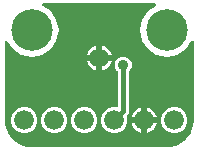
<source format=gbr>
G04 EAGLE Gerber RS-274X export*
G75*
%MOMM*%
%FSLAX34Y34*%
%LPD*%
%INTop Copper*%
%IPPOS*%
%AMOC8*
5,1,8,0,0,1.08239X$1,22.5*%
G01*
%ADD10C,3.516000*%
%ADD11C,1.625000*%
%ADD12C,1.676400*%
%ADD13C,0.906400*%
%ADD14C,0.406400*%

G36*
X149882Y2543D02*
X149882Y2543D01*
X149960Y2545D01*
X153337Y2810D01*
X153405Y2824D01*
X153474Y2829D01*
X153630Y2869D01*
X160054Y4956D01*
X160161Y5006D01*
X160272Y5050D01*
X160323Y5083D01*
X160342Y5091D01*
X160357Y5104D01*
X160408Y5136D01*
X165872Y9107D01*
X165959Y9188D01*
X166006Y9227D01*
X166012Y9231D01*
X166013Y9232D01*
X166051Y9264D01*
X166089Y9310D01*
X166104Y9324D01*
X166115Y9342D01*
X166153Y9388D01*
X170124Y14852D01*
X170181Y14956D01*
X170245Y15056D01*
X170267Y15113D01*
X170277Y15131D01*
X170282Y15151D01*
X170304Y15206D01*
X172391Y21630D01*
X172404Y21698D01*
X172427Y21764D01*
X172450Y21923D01*
X172715Y25300D01*
X172715Y25304D01*
X172716Y25307D01*
X172715Y25326D01*
X172719Y25400D01*
X172719Y91596D01*
X172706Y91700D01*
X172702Y91804D01*
X172686Y91857D01*
X172679Y91911D01*
X172641Y92008D01*
X172611Y92109D01*
X172583Y92156D01*
X172562Y92207D01*
X172501Y92292D01*
X172447Y92381D01*
X172408Y92420D01*
X172376Y92465D01*
X172295Y92531D01*
X172221Y92604D01*
X172173Y92632D01*
X172131Y92667D01*
X172036Y92712D01*
X171946Y92764D01*
X171893Y92779D01*
X171843Y92803D01*
X171740Y92822D01*
X171640Y92851D01*
X171585Y92852D01*
X171531Y92863D01*
X171426Y92856D01*
X171322Y92859D01*
X171268Y92846D01*
X171213Y92843D01*
X171114Y92811D01*
X171012Y92787D01*
X170963Y92762D01*
X170911Y92745D01*
X170822Y92689D01*
X170730Y92641D01*
X170688Y92604D01*
X170642Y92575D01*
X170570Y92499D01*
X170492Y92429D01*
X170439Y92359D01*
X170424Y92343D01*
X170417Y92330D01*
X170395Y92301D01*
X165894Y85566D01*
X158538Y80650D01*
X149860Y78924D01*
X141182Y80650D01*
X133826Y85566D01*
X128910Y92922D01*
X127184Y101600D01*
X128910Y110278D01*
X133826Y117634D01*
X140561Y122135D01*
X140640Y122203D01*
X140724Y122264D01*
X140760Y122307D01*
X140801Y122343D01*
X140861Y122429D01*
X140927Y122509D01*
X140951Y122559D01*
X140982Y122605D01*
X141018Y122703D01*
X141063Y122797D01*
X141073Y122851D01*
X141092Y122903D01*
X141103Y123007D01*
X141123Y123110D01*
X141119Y123165D01*
X141125Y123219D01*
X141109Y123323D01*
X141103Y123427D01*
X141086Y123479D01*
X141078Y123534D01*
X141037Y123630D01*
X141005Y123729D01*
X140975Y123776D01*
X140954Y123827D01*
X140891Y123910D01*
X140835Y123998D01*
X140795Y124036D01*
X140761Y124080D01*
X140679Y124145D01*
X140603Y124216D01*
X140555Y124243D01*
X140512Y124277D01*
X140416Y124319D01*
X140325Y124370D01*
X140271Y124383D01*
X140221Y124406D01*
X140118Y124423D01*
X140017Y124449D01*
X139928Y124455D01*
X139907Y124458D01*
X139892Y124457D01*
X139856Y124459D01*
X45564Y124459D01*
X45460Y124446D01*
X45356Y124442D01*
X45303Y124426D01*
X45249Y124419D01*
X45152Y124381D01*
X45051Y124351D01*
X45004Y124323D01*
X44953Y124302D01*
X44868Y124241D01*
X44779Y124187D01*
X44740Y124148D01*
X44695Y124116D01*
X44629Y124035D01*
X44556Y123961D01*
X44528Y123913D01*
X44493Y123871D01*
X44448Y123776D01*
X44396Y123686D01*
X44381Y123633D01*
X44357Y123583D01*
X44338Y123480D01*
X44309Y123380D01*
X44308Y123325D01*
X44297Y123271D01*
X44304Y123166D01*
X44301Y123062D01*
X44314Y123008D01*
X44317Y122953D01*
X44349Y122854D01*
X44373Y122752D01*
X44398Y122703D01*
X44415Y122651D01*
X44471Y122562D01*
X44519Y122470D01*
X44556Y122428D01*
X44585Y122382D01*
X44661Y122310D01*
X44731Y122232D01*
X44801Y122179D01*
X44817Y122164D01*
X44830Y122157D01*
X44859Y122135D01*
X51594Y117634D01*
X56510Y110278D01*
X58236Y101600D01*
X56510Y92922D01*
X51594Y85566D01*
X44238Y80650D01*
X35560Y78924D01*
X26882Y80650D01*
X19526Y85566D01*
X15025Y92301D01*
X14957Y92380D01*
X14896Y92465D01*
X14853Y92500D01*
X14817Y92541D01*
X14731Y92601D01*
X14651Y92667D01*
X14601Y92691D01*
X14555Y92722D01*
X14457Y92758D01*
X14363Y92803D01*
X14309Y92813D01*
X14257Y92832D01*
X14153Y92843D01*
X14050Y92863D01*
X13995Y92859D01*
X13941Y92865D01*
X13837Y92849D01*
X13733Y92843D01*
X13681Y92826D01*
X13626Y92818D01*
X13530Y92777D01*
X13431Y92745D01*
X13384Y92715D01*
X13333Y92694D01*
X13250Y92631D01*
X13162Y92575D01*
X13124Y92535D01*
X13080Y92501D01*
X13015Y92419D01*
X12944Y92343D01*
X12917Y92295D01*
X12883Y92252D01*
X12841Y92156D01*
X12790Y92065D01*
X12777Y92011D01*
X12754Y91961D01*
X12737Y91858D01*
X12711Y91757D01*
X12705Y91669D01*
X12702Y91647D01*
X12703Y91632D01*
X12701Y91596D01*
X12701Y25400D01*
X12703Y25378D01*
X12705Y25300D01*
X12970Y21923D01*
X12984Y21855D01*
X12989Y21786D01*
X13029Y21630D01*
X15116Y15206D01*
X15166Y15099D01*
X15210Y14988D01*
X15243Y14937D01*
X15251Y14918D01*
X15264Y14903D01*
X15296Y14852D01*
X19267Y9388D01*
X19287Y9366D01*
X19298Y9348D01*
X19344Y9305D01*
X19348Y9301D01*
X19424Y9209D01*
X19470Y9171D01*
X19484Y9156D01*
X19502Y9145D01*
X19548Y9107D01*
X25012Y5136D01*
X25116Y5079D01*
X25216Y5015D01*
X25273Y4993D01*
X25291Y4983D01*
X25311Y4978D01*
X25366Y4956D01*
X31790Y2869D01*
X31858Y2856D01*
X31924Y2833D01*
X32083Y2810D01*
X35460Y2545D01*
X35482Y2546D01*
X35560Y2541D01*
X149860Y2541D01*
X149882Y2543D01*
G37*
%LPC*%
G36*
X103237Y14477D02*
X103237Y14477D01*
X99223Y16140D01*
X96150Y19213D01*
X94487Y23227D01*
X94487Y27573D01*
X96150Y31587D01*
X99223Y34660D01*
X103237Y36323D01*
X107188Y36323D01*
X107306Y36338D01*
X107425Y36345D01*
X107463Y36358D01*
X107504Y36363D01*
X107614Y36406D01*
X107727Y36443D01*
X107762Y36465D01*
X107799Y36480D01*
X107895Y36549D01*
X107996Y36613D01*
X108024Y36643D01*
X108057Y36666D01*
X108133Y36758D01*
X108214Y36845D01*
X108234Y36880D01*
X108259Y36911D01*
X108310Y37019D01*
X108368Y37123D01*
X108378Y37163D01*
X108395Y37199D01*
X108417Y37316D01*
X108447Y37431D01*
X108451Y37491D01*
X108455Y37511D01*
X108453Y37532D01*
X108457Y37592D01*
X108457Y66435D01*
X108445Y66533D01*
X108442Y66632D01*
X108425Y66690D01*
X108417Y66750D01*
X108381Y66842D01*
X108353Y66937D01*
X108323Y66990D01*
X108300Y67046D01*
X108242Y67126D01*
X108192Y67211D01*
X108126Y67287D01*
X108114Y67303D01*
X108104Y67311D01*
X108086Y67332D01*
X107034Y68384D01*
X105957Y70983D01*
X105957Y73797D01*
X107034Y76396D01*
X109024Y78386D01*
X111623Y79463D01*
X114437Y79463D01*
X117036Y78386D01*
X119026Y76396D01*
X120103Y73797D01*
X120103Y70983D01*
X119026Y68384D01*
X117974Y67332D01*
X117914Y67254D01*
X117846Y67182D01*
X117817Y67129D01*
X117780Y67081D01*
X117740Y66990D01*
X117692Y66903D01*
X117677Y66845D01*
X117653Y66789D01*
X117638Y66691D01*
X117613Y66595D01*
X117607Y66495D01*
X117603Y66475D01*
X117605Y66463D01*
X117603Y66435D01*
X117603Y31126D01*
X116264Y29787D01*
X116246Y29763D01*
X116223Y29744D01*
X116148Y29638D01*
X116069Y29536D01*
X116057Y29508D01*
X116040Y29484D01*
X115994Y29363D01*
X115942Y29244D01*
X115938Y29215D01*
X115927Y29187D01*
X115913Y29058D01*
X115893Y28930D01*
X115895Y28900D01*
X115892Y28871D01*
X115910Y28742D01*
X115922Y28613D01*
X115932Y28585D01*
X115936Y28556D01*
X115989Y28404D01*
X116333Y27573D01*
X116333Y23227D01*
X114670Y19213D01*
X111597Y16140D01*
X107583Y14477D01*
X103237Y14477D01*
G37*
%LPD*%
%LPC*%
G36*
X154037Y14477D02*
X154037Y14477D01*
X150023Y16140D01*
X146950Y19213D01*
X145287Y23227D01*
X145287Y27573D01*
X146950Y31587D01*
X150023Y34660D01*
X154037Y36323D01*
X158383Y36323D01*
X162397Y34660D01*
X165470Y31587D01*
X167133Y27573D01*
X167133Y23227D01*
X165470Y19213D01*
X162397Y16140D01*
X158383Y14477D01*
X154037Y14477D01*
G37*
%LPD*%
%LPC*%
G36*
X77837Y14477D02*
X77837Y14477D01*
X73823Y16140D01*
X70750Y19213D01*
X69087Y23227D01*
X69087Y27573D01*
X70750Y31587D01*
X73823Y34660D01*
X77837Y36323D01*
X82183Y36323D01*
X86197Y34660D01*
X89270Y31587D01*
X90933Y27573D01*
X90933Y23227D01*
X89270Y19213D01*
X86197Y16140D01*
X82183Y14477D01*
X77837Y14477D01*
G37*
%LPD*%
%LPC*%
G36*
X52437Y14477D02*
X52437Y14477D01*
X48423Y16140D01*
X45350Y19213D01*
X43687Y23227D01*
X43687Y27573D01*
X45350Y31587D01*
X48423Y34660D01*
X52437Y36323D01*
X56783Y36323D01*
X60797Y34660D01*
X63870Y31587D01*
X65533Y27573D01*
X65533Y23227D01*
X63870Y19213D01*
X60797Y16140D01*
X56783Y14477D01*
X52437Y14477D01*
G37*
%LPD*%
%LPC*%
G36*
X27037Y14477D02*
X27037Y14477D01*
X23023Y16140D01*
X19950Y19213D01*
X18287Y23227D01*
X18287Y27573D01*
X19950Y31587D01*
X23023Y34660D01*
X27037Y36323D01*
X31383Y36323D01*
X35397Y34660D01*
X38470Y31587D01*
X40133Y27573D01*
X40133Y23227D01*
X38470Y19213D01*
X35397Y16140D01*
X31383Y14477D01*
X27037Y14477D01*
G37*
%LPD*%
%LPC*%
G36*
X133309Y27899D02*
X133309Y27899D01*
X133309Y36063D01*
X133368Y36054D01*
X135003Y35523D01*
X136535Y34742D01*
X137926Y33731D01*
X139141Y32516D01*
X140152Y31125D01*
X140933Y29593D01*
X141464Y27958D01*
X141473Y27899D01*
X133309Y27899D01*
G37*
%LPD*%
%LPC*%
G36*
X120147Y27899D02*
X120147Y27899D01*
X120156Y27958D01*
X120687Y29593D01*
X121468Y31125D01*
X122479Y32516D01*
X123694Y33731D01*
X125085Y34742D01*
X126617Y35523D01*
X128252Y36054D01*
X128311Y36063D01*
X128311Y27899D01*
X120147Y27899D01*
G37*
%LPD*%
%LPC*%
G36*
X133309Y22901D02*
X133309Y22901D01*
X141473Y22901D01*
X141464Y22842D01*
X140933Y21207D01*
X140152Y19675D01*
X139141Y18284D01*
X137926Y17069D01*
X136535Y16058D01*
X135003Y15277D01*
X133368Y14746D01*
X133309Y14737D01*
X133309Y22901D01*
G37*
%LPD*%
%LPC*%
G36*
X128252Y14746D02*
X128252Y14746D01*
X126617Y15277D01*
X125085Y16058D01*
X123694Y17069D01*
X122479Y18284D01*
X121468Y19675D01*
X120687Y21207D01*
X120156Y22842D01*
X120147Y22901D01*
X128311Y22901D01*
X128311Y14737D01*
X128252Y14746D01*
G37*
%LPD*%
%LPC*%
G36*
X95249Y80759D02*
X95249Y80759D01*
X95249Y88610D01*
X96804Y88104D01*
X98300Y87342D01*
X99658Y86355D01*
X100845Y85168D01*
X101832Y83810D01*
X102594Y82314D01*
X103100Y80759D01*
X95249Y80759D01*
G37*
%LPD*%
%LPC*%
G36*
X82320Y80759D02*
X82320Y80759D01*
X82826Y82314D01*
X83588Y83810D01*
X84575Y85168D01*
X85762Y86355D01*
X87120Y87342D01*
X88616Y88104D01*
X90171Y88610D01*
X90171Y80759D01*
X82320Y80759D01*
G37*
%LPD*%
%LPC*%
G36*
X95249Y75681D02*
X95249Y75681D01*
X103100Y75681D01*
X102594Y74126D01*
X101832Y72630D01*
X100845Y71272D01*
X99658Y70085D01*
X98300Y69098D01*
X96804Y68336D01*
X95249Y67830D01*
X95249Y75681D01*
G37*
%LPD*%
%LPC*%
G36*
X88616Y68336D02*
X88616Y68336D01*
X87120Y69098D01*
X85762Y70085D01*
X84575Y71272D01*
X83588Y72630D01*
X82826Y74126D01*
X82320Y75681D01*
X90171Y75681D01*
X90171Y67830D01*
X88616Y68336D01*
G37*
%LPD*%
%LPC*%
G36*
X92709Y78219D02*
X92709Y78219D01*
X92709Y78221D01*
X92711Y78221D01*
X92711Y78219D01*
X92709Y78219D01*
G37*
%LPD*%
D10*
X149860Y101600D03*
D11*
X92710Y78220D03*
D12*
X156210Y25400D03*
X130810Y25400D03*
X105410Y25400D03*
X80010Y25400D03*
X54610Y25400D03*
X29210Y25400D03*
D10*
X35560Y101600D03*
D13*
X167640Y78740D03*
X125730Y66040D03*
X113030Y72390D03*
D14*
X113030Y33020D01*
X105410Y25400D01*
M02*

</source>
